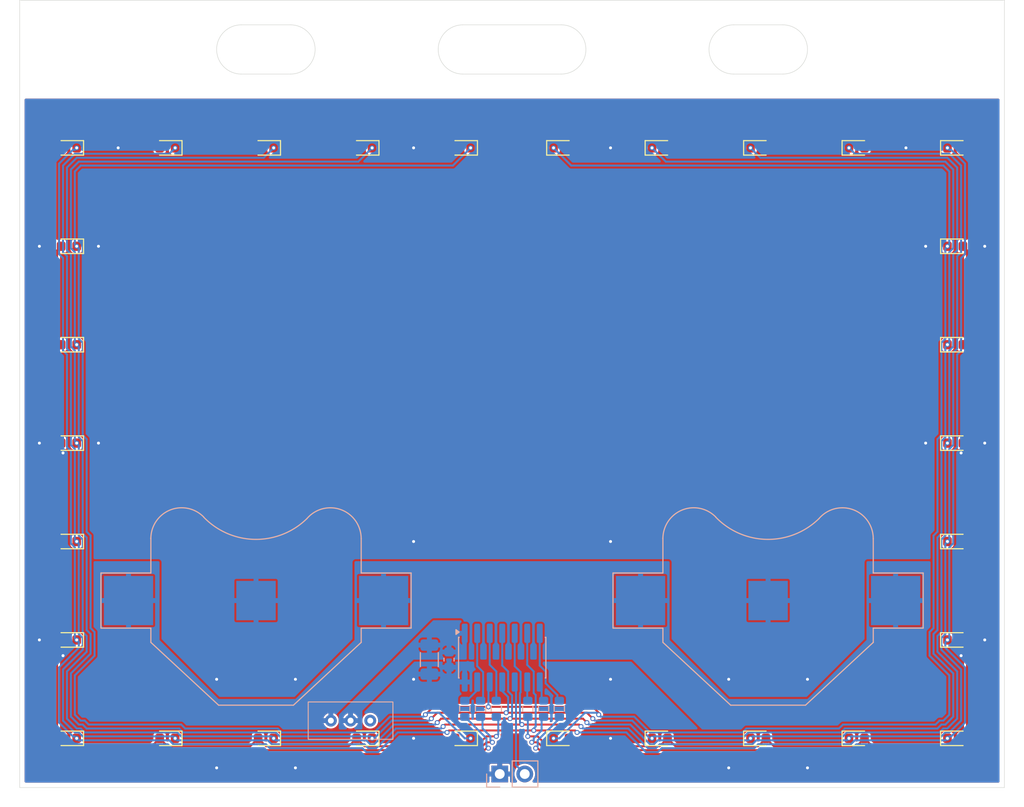
<source format=kicad_pcb>
(kicad_pcb (version 20241229) (generator "pcbnew") (generator_version "9.0")
  (layers (0 "F.Cu" signal) (2 "B.Cu" signal) (13 "F.Paste" user) (15 "B.Paste" user) (5 "F.SilkS" user "F.Silkscreen") (7 "B.SilkS" user "B.Silkscreen") (1 "F.Mask" user) (3 "B.Mask" user) (25 "Edge.Cuts" user))
  (net 0 "")
  (net 1 "VCC")
  (net 2 "GND")
  (net 3 "COL1")
  (net 4 "ROW1")
  (net 5 "ROW2")
  (net 6 "ROW3")
  (net 7 "ROW4")
  (net 8 "ROW5")
  (net 9 "COL2")
  (net 10 "COL3")
  (net 11 "COL4")
  (net 12 "COL5")
  (net 13 "UPDI")
  (net 14 "COL6")
  (net 15 "/_COL1")
  (net 16 "/_COL2")
  (net 17 "/_COL3")
  (net 18 "/_COL4")
  (net 19 "/_COL5")
  (net 20 "/_COL6")
  (net 21 "+BATT")
  (footprint "LED_SMD:LED_0603_1608Metric" (layer "F.Cu") (at 145 80)
    (property "Reference" "D6" (hide yes))
    (property "Value" "LED" (hide yes))
  )
  (footprint "LED_SMD:LED_0603_1608Metric" (layer "F.Cu") (at 105 130)
    (property "Reference" "D1" (hide yes))
    (property "Value" "LED" (hide yes))
  )
  (footprint "LED_SMD:LED_0603_1608Metric" (layer "F.Cu") (at 55 100 180)
    (property "Reference" "D23" (hide yes))
    (property "Value" "LED" (hide yes))
  )
  (footprint "LED_SMD:LED_0603_1608Metric" (layer "F.Cu") (at 55 110 180)
    (property "Reference" "D24" (hide yes))
    (property "Value" "LED" (hide yes))
  )
  (footprint "LED_SMD:LED_0603_1608Metric" (layer "F.Cu") (at 55 90 180)
    (property "Reference" "D22" (hide yes))
    (property "Value" "LED" (hide yes))
  )
  (footprint "LED_SMD:LED_0603_1608Metric" (layer "F.Cu") (at 145 90)
    (property "Reference" "D7" (hide yes))
    (property "Value" "LED" (hide yes))
  )
  (footprint "LED_SMD:LED_0603_1608Metric" (layer "F.Cu") (at 115 130)
    (property "Reference" "D2" (hide yes))
    (property "Value" "LED" (hide yes))
  )
  (footprint "LED_SMD:LED_0603_1608Metric" (layer "F.Cu") (at 145 70)
    (property "Reference" "D15" (hide yes))
    (property "Value" "LED" (hide yes))
  )
  (footprint "LED_SMD:LED_0603_1608Metric" (layer "F.Cu") (at 125 130)
    (property "Reference" "D3" (hide yes))
    (property "Value" "LED" (hide yes))
  )
  (footprint "LED_SMD:LED_0603_1608Metric" (layer "F.Cu") (at 145 110)
    (property "Reference" "D9" (hide yes))
    (property "Value" "LED" (hide yes))
  )
  (footprint "LED_SMD:LED_0603_1608Metric" (layer "F.Cu") (at 55 80 180)
    (property "Reference" "D21" (hide yes))
    (property "Value" "LED" (hide yes))
  )
  (footprint "LED_SMD:LED_0603_1608Metric" (layer "F.Cu") (at 145 100)
    (property "Reference" "D8" (hide yes))
    (property "Value" "LED" (hide yes))
  )
  (footprint "LED_SMD:LED_0603_1608Metric" (layer "F.Cu") (at 115 70)
    (property "Reference" "D12" (hide yes))
    (property "Value" "LED" (hide yes))
  )
  (footprint "LED_SMD:LED_0603_1608Metric" (layer "F.Cu") (at 95 70 180)
    (property "Reference" "D16" (hide yes))
    (property "Value" "LED" (hide yes))
  )
  (footprint "LED_SMD:LED_0603_1608Metric" (layer "F.Cu") (at 135 130)
    (property "Reference" "D4" (hide yes))
    (property "Value" "LED" (hide yes))
  )
  (footprint "LED_SMD:LED_0603_1608Metric" (layer "F.Cu") (at 105 70)
    (property "Reference" "D11" (hide yes))
    (property "Value" "LED" (hide yes))
  )
  (footprint "LED_SMD:LED_0603_1608Metric" (layer "F.Cu") (at 145 120)
    (property "Reference" "D10" (hide yes))
    (property "Value" "LED" (hide yes))
  )
  (footprint "LOGO" (layer "F.Cu") (at 80 95)
    (property "Reference" "G***" (hide yes))
    (property "Value" "LOGO" (hide yes))
  )
  (footprint "LED_SMD:LED_0603_1608Metric" (layer "F.Cu") (at 95 130 180)
    (property "Reference" "D26" (hide yes))
    (property "Value" "LED" (hide yes))
  )
  (footprint "LED_SMD:LED_0603_1608Metric" (layer "F.Cu") (at 145 130)
    (property "Reference" "D5" (hide yes))
    (property "Value" "LED" (hide yes))
  )
  (footprint "LED_SMD:LED_0603_1608Metric" (layer "F.Cu") (at 75 130 180)
    (property "Reference" "D28" (hide yes))
    (property "Value" "LED" (hide yes))
  )
  (footprint "LED_SMD:LED_0603_1608Metric" (layer "F.Cu") (at 65 130 180)
    (property "Reference" "D29" (hide yes))
    (property "Value" "LED" (hide yes))
  )
  (footprint "LED_SMD:LED_0603_1608Metric" (layer "F.Cu") (at 55 120 180)
    (property "Reference" "D25" (hide yes))
    (property "Value" "LED" (hide yes))
  )
  (footprint "LED_SMD:LED_0603_1608Metric" (layer "F.Cu") (at 135 70)
    (property "Reference" "D14" (hide yes))
    (property "Value" "LED" (hide yes))
  )
  (footprint "LED_SMD:LED_0603_1608Metric" (layer "F.Cu") (at 85 130 180)
    (property "Reference" "D27" (hide yes))
    (property "Value" "LED" (hide yes))
  )
  (footprint "LED_SMD:LED_0603_1608Metric" (layer "F.Cu") (at 125 70)
    (property "Reference" "D13" (hide yes))
    (property "Value" "LED" (hide yes))
  )
  (footprint "LED_SMD:LED_0603_1608Metric" (layer "F.Cu") (at 65 70 180)
    (property "Reference" "D19" (hide yes))
    (property "Value" "LED" (hide yes))
  )
  (footprint "LED_SMD:LED_0603_1608Metric" (layer "F.Cu") (at 55 70 180)
    (property "Reference" "D20" (hide yes))
    (property "Value" "LED" (hide yes))
  )
  (footprint "LED_SMD:LED_0603_1608Metric" (layer "F.Cu") (at 85 70 180)
    (property "Reference" "D17" (hide yes))
    (property "Value" "LED" (hide yes))
  )
  (footprint "QRCODE" (layer "F.Cu") (at 107.5 82.5)
    (property "Reference" "")
    (property "Value" "6ca.me")
  )
  (footprint "LED_SMD:LED_0603_1608Metric" (layer "F.Cu") (at 75 70 180)
    (property "Reference" "D18" (hide yes))
    (property "Value" "LED" (hide yes))
  )
  (footprint "LED_SMD:LED_0603_1608Metric" (layer "F.Cu") (at 55 130 180)
    (property "Reference" "D30" (hide yes))
    (property "Value" "LED" (hide yes))
  )
  (footprint "Package_SO:SOIC-14_3.9x8.7mm_P1.27mm" (layer "B.Cu") (at 99 121.8 -90)
    (property "Reference" "U1" (hide yes))
    (property "Value" "ATtiny404-SS" (hide yes))
  )
  (footprint "Battery:BatteryHolder_Multicomp_BC-2001_1x2032" (layer "B.Cu") (at 126 116 180)
    (property "Reference" "BT2" (hide yes))
    (property "Value" "CR2032" (hide yes))
  )
  (footprint "Resistor_SMD:R_0603_1608Metric" (layer "B.Cu") (at 95.2 127 -90)
    (property "Reference" "R4" (hide yes))
    (property "Value" "100R" (hide yes))
  )
  (footprint "Battery:BatteryHolder_Multicomp_BC-2001_1x2032" (layer "B.Cu") (at 74 116 180)
    (property "Reference" "BT1" (hide yes))
    (property "Value" "CR2032" (hide yes))
  )
  (footprint "Resistor_SMD:R_0603_1608Metric" (layer "B.Cu") (at 96.8 127 -90)
    (property "Reference" "R5" (hide yes))
    (property "Value" "100R" (hide yes))
  )
  (footprint "Capacitor_SMD:C_1206_3216Metric" (layer "B.Cu") (at 91.6 122 -90)
    (property "Reference" "C1" (hide yes))
    (property "Value" "100u" (hide yes))
  )
  (footprint "Resistor_SMD:R_0603_1608Metric" (layer "B.Cu") (at 103.2 127 -90)
    (property "Reference" "R2" (hide yes))
    (property "Value" "100R" (hide yes))
  )
  (footprint "Library:sw_tht" (layer "B.Cu") (at 83.6 128.2 180)
    (property "Reference" "SW1" (hide yes))
    (property "Value" "SW_SPDT" (hide yes))
  )
  (footprint "Resistor_SMD:R_0603_1608Metric" (layer "B.Cu") (at 101.6 127 -90)
    (property "Reference" "R1" (hide yes))
    (property "Value" "100R" (hide yes))
  )
  (footprint "Connector_PinSocket_2.54mm:PinSocket_1x02_P2.54mm_Vertical" (layer "B.Cu") (at 98.75 133.625 -90)
    (property "Reference" "J1" (hide yes))
    (property "Value" "UPDI" (hide yes))
  )
  (footprint "Resistor_SMD:R_0603_1608Metric" (layer "B.Cu") (at 98.4 127 -90)
    (property "Reference" "R6" (hide yes))
    (property "Value" "100R" (hide yes))
  )
  (footprint "Resistor_SMD:R_0603_1608Metric" (layer "B.Cu") (at 104.8 127 -90)
    (property "Reference" "R3" (hide yes))
    (property "Value" "100R" (hide yes))
  )
  (footprint "Capacitor_SMD:C_0603_1608Metric" (layer "B.Cu") (at 93.6 122 -90)
    (property "Reference" "C2" (hide yes))
    (property "Value" "4u7" (hide yes))
  )
  (gr_line (start 150 55) (end 150 135) (stroke (width 0.05)) (layer "Edge.Cuts"))
  (gr_arc (start 72.5 62.5) (mid 70 60) (end 72.5 57.5) (stroke (width 0.05)) (layer "Edge.Cuts"))
  (gr_arc (start 77.5 57.5) (mid 80 60) (end 77.5 62.5) (stroke (width 0.05)) (layer "Edge.Cuts"))
  (gr_arc (start 95 62.5) (mid 92.5 60) (end 95 57.5) (stroke (width 0.05)) (layer "Edge.Cuts"))
  (gr_line (start 72.5 57.5) (end 77.5 57.5) (stroke (width 0.05)) (layer "Edge.Cuts"))
  (gr_arc (start 127.5 57.5) (mid 130 60) (end 127.5 62.5) (stroke (width 0.05)) (layer "Edge.Cuts"))
  (gr_line (start 50 55) (end 50 135) (stroke (width 0.05)) (layer "Edge.Cuts"))
  (gr_line (start 77.5 62.5) (end 72.5 62.5) (stroke (width 0.05)) (layer "Edge.Cuts"))
  (gr_arc (start 105 57.5) (mid 107.5 60) (end 105 62.5) (stroke (width 0.05)) (layer "Edge.Cuts"))
  (gr_line (start 50 55) (end 150 55) (stroke (width 0.05)) (layer "Edge.Cuts"))
  (gr_line (start 95 57.5) (end 105 57.5) (stroke (width 0.05)) (layer "Edge.Cuts"))
  (gr_line (start 50 135) (end 150 135) (stroke (width 0.05)) (layer "Edge.Cuts"))
  (gr_arc (start 122.5 62.5) (mid 120 60) (end 122.5 57.5) (stroke (width 0.05)) (layer "Edge.Cuts"))
  (gr_line (start 127.5 62.5) (end 122.5 62.5) (stroke (width 0.05)) (layer "Edge.Cuts"))
  (gr_line (start 122.5 57.5) (end 127.5 57.5) (stroke (width 0.05)) (layer "Edge.Cuts"))
  (gr_line (start 105 62.5) (end 95 62.5) (stroke (width 0.05)) (layer "Edge.Cuts"))
  (via (at 78 133) (size 0.5) (drill 0.3) (layers "F.Cu" "B.Cu") (net 2))
  (via (at 52 80) (size 0.5) (drill 0.3) (layers "F.Cu" "B.Cu") (net 2))
  (via (at 142 100) (size 0.5) (drill 0.3) (layers "F.Cu" "B.Cu") (net 2))
  (via (at 122 133) (size 0.5) (drill 0.3) (layers "F.Cu" "B.Cu") (net 2))
  (via (at 148 80) (size 0.5) (drill 0.3) (layers "F.Cu" "B.Cu") (net 2))
  (via (at 148 120) (size 0.5) (drill 0.3) (layers "F.Cu" "B.Cu") (net 2))
  (via (at 110 110) (size 0.5) (drill 0.3) (layers "F.Cu" "B.Cu") (net 2))
  (via (at 130 133) (size 0.5) (drill 0.3) (layers "F.Cu" "B.Cu") (net 2))
  (via (at 145.6 121.6) (size 0.5) (drill 0.3) (layers "F.Cu" "B.Cu") (net 2))
  (via (at 58 80) (size 0.5) (drill 0.3) (layers "F.Cu" "B.Cu") (net 2))
  (via (at 58 100) (size 0.5) (drill 0.3) (layers "F.Cu" "B.Cu") (net 2))
  (via (at 110 70) (size 0.5) (drill 0.3) (layers "F.Cu" "B.Cu") (net 2))
  (via (at 70 124) (size 0.5) (drill 0.3) (layers "F.Cu" "B.Cu") (net 2))
  (via (at 52 100) (size 0.5) (drill 0.3) (layers "F.Cu" "B.Cu") (net 2))
  (via (at 122 124) (size 0.5) (drill 0.3) (layers "F.Cu" "B.Cu") (net 2))
  (via (at 60 70) (size 0.5) (drill 0.3) (layers "F.Cu" "B.Cu") (net 2))
  (via (at 78 124) (size 0.5) (drill 0.3) (layers "F.Cu" "B.Cu") (net 2))
  (via (at 90 130) (size 0.5) (drill 0.3) (layers "F.Cu" "B.Cu") (net 2))
  (via (at 145.6 101) (size 0.5) (drill 0.3) (layers "F.Cu" "B.Cu") (net 2))
  (via (at 70 133) (size 0.5) (drill 0.3) (layers "F.Cu" "B.Cu") (net 2))
  (via (at 90 110) (size 0.5) (drill 0.3) (layers "F.Cu" "B.Cu") (net 2))
  (via (at 54.4 121.6) (size 0.5) (drill 0.3) (layers "F.Cu" "B.Cu") (net 2))
  (via (at 90 70) (size 0.5) (drill 0.3) (layers "F.Cu" "B.Cu") (net 2))
  (via (at 142 80) (size 0.5) (drill 0.3) (layers "F.Cu" "B.Cu") (net 2))
  (via (at 148 100) (size 0.5) (drill 0.3) (layers "F.Cu" "B.Cu") (net 2))
  (via (at 140 70) (size 0.5) (drill 0.3) (layers "F.Cu" "B.Cu") (net 2))
  (via (at 52 120) (size 0.5) (drill 0.3) (layers "F.Cu" "B.Cu") (net 2))
  (via (at 54.4 101) (size 0.5) (drill 0.3) (layers "F.Cu" "B.Cu") (net 2))
  (via (at 90 124) (size 0.5) (drill 0.3) (layers "F.Cu" "B.Cu") (net 2))
  (via (at 130 124) (size 0.5) (drill 0.3) (layers "F.Cu" "B.Cu") (net 2))
  (via (at 110 130) (size 0.5) (drill 0.3) (layers "F.Cu" "B.Cu") (net 2))
  (via (at 110 124) (size 0.5) (drill 0.3) (layers "F.Cu" "B.Cu") (net 2))
  (segment (start 101.54 124.275) (end 101.54 126.035) (width 0.2) (layer "B.Cu") (net 3))
  (segment (start 101.54 126.035) (end 101.4 126.175) (width 0.2) (layer "B.Cu") (net 3))
  (segment (start 108.2 126.8) (end 92 126.8) (width 0.2) (layer "F.Cu") (net 4))
  (segment (start 108.8 127.4) (end 108.2 126.8) (width 0.2) (layer "F.Cu") (net 4))
  (segment (start 108.8 127.6) (end 108.8 127.4) (width 0.2) (layer "F.Cu") (net 4))
  (segment (start 92 126.8) (end 91.2 127.6) (width 0.2) (layer "F.Cu") (net 4))
  (via (at 91.2 127.6) (size 0.5) (drill 0.3) (layers "F.Cu" "B.Cu") (net 4))
  (via (at 95.7875 70) (size 0.5) (drill 0.3) (layers "F.Cu" "B.Cu") (net 4))
  (via (at 104.2125 130) (size 0.5) (drill 0.3) (layers "F.Cu" "B.Cu") (net 4))
  (via (at 108.8 127.6) (size 0.5) (drill 0.3) (layers "F.Cu" "B.Cu") (net 4))
  (via (at 104.2125 70) (size 0.5) (drill 0.3) (layers "F.Cu" "B.Cu") (net 4))
  (via (at 97.6 126.8) (size 0.5) (drill 0.3) (layers "F.Cu" "B.Cu") (net 4))
  (via (at 144.2125 80) (size 0.5) (drill 0.3) (layers "F.Cu" "B.Cu") (net 4))
  (via (at 55.7875 80) (size 0.5) (drill 0.3) (layers "F.Cu" "B.Cu") (net 4))
  (via (at 95.7875 130) (size 0.5) (drill 0.3) (layers "F.Cu" "B.Cu") (net 4))
  (segment (start 66.4 128.6) (end 66.8 129) (width 0.2) (layer "B.Cu") (net 4))
  (segment (start 57 128.6) (end 66.4 128.6) (width 0.2) (layer "B.Cu") (net 4))
  (segment (start 56.801 99.6339) (end 56.801 109.001) (width 0.2) (layer "B.Cu") (net 4))
  (segment (start 91.2 127.6) (end 91.4 127.4) (width 0.2) (layer "B.Cu") (net 4))
  (segment (start 56.801 109.001) (end 57.2 109.4) (width 0.2) (layer "B.Cu") (net 4))
  (segment (start 57.601 121.5661) (end 57.6 121.5671) (width 0.2) (layer "B.Cu") (net 4))
  (segment (start 87.6 127.8) (end 86 129.4) (width 0.2) (layer "B.Cu") (net 4))
  (segment (start 55.601 123.599) (end 55.601 127.601) (width 0.2) (layer "B.Cu") (net 4))
  (segment (start 57.601 119.2339) (end 57.601 121.5661) (width 0.2) (layer "B.Cu") (net 4))
  (segment (start 143.6 89.8) (end 144 89.4) (width 0.2) (layer "B.Cu") (net 4))
  (segment (start 56.4 89.8) (end 56.4 90.0454) (width 0.2) (layer "B.Cu") (net 4))
  (segment (start 55.6 72.4) (end 55.6 79.8125) (width 0.2) (layer "B.Cu") (net 4))
  (segment (start 56 80.2125) (end 56 80.4339) (width 0.2) (layer "B.Cu") (net 4))
  (segment (start 143.4339 128.199) (end 143.801 128.199) (width 0.2) (layer "B.Cu") (net 4))
  (segment (start 66.8 129) (end 76.202 129) (width 0.2) (layer "B.Cu") (net 4))
  (segment (start 57.6 121.5671) (end 57.6 121.6) (width 0.2) (layer "B.Cu") (net 4))
  (segment (start 56.5671 128.2) (end 56.6 128.2) (width 0.2) (layer "B.Cu") (net 4))
  (segment (start 56.001 89.401) (end 56.4 89.8) (width 0.2) (layer "B.Cu") (net 4))
  (segment (start 56.5661 128.199) (end 56.5671 128.2) (width 0.2) (layer "B.Cu") (net 4))
  (segment (start 143.8 71.8) (end 144.4 72.4) (width 0.2) (layer "B.Cu") (net 4))
  (segment (start 108.6 127.4) (end 107.402 127.4) (width 0.2) (layer "B.Cu") (net 4))
  (segment (start 91.4 127.4) (end 92.6 127.4) (width 0.2) (layer "B.Cu") (net 4))
  (segment (start 57.201 118.801) (end 57.6 119.2) (width 0.2) (layer "B.Cu") (net 4))
  (segment (start 109 127.8) (end 112.402 127.8) (width 0.2) (layer "B.Cu") (net 4))
  (segment (start 108.8 127.6) (end 108.6 127.4) (width 0.2) (layer "B.Cu") (net 4))
  (segment (start 56.401 99.201) (end 56.8 99.6) (width 0.2) (layer "B.Cu") (net 4))
  (segment (start 56.4 90.0454) (end 56.401 90.0464) (width 0.2) (layer "B.Cu") (net 4))
  (segment (start 144.399 127.601) (end 144.399 123.599) (width 0.2) (layer "B.Cu") (net 4))
  (segment (start 56.001 80.4349) (end 56.001 89.401) (width 0.2) (layer "B.Cu") (net 4))
  (segment (start 56 80.4339) (end 56.001 80.4349) (width 0.2) (layer "B.Cu") (net 4))
  (segment (start 112.402 127.8) (end 114.002 129.4) (width 0.2) (layer "B.Cu") (net 4))
  (segment (start 95.2 130) (end 95.7875 130) (width 0.2) (layer "B.Cu") (net 4))
  (segment (start 57.2 109.4329) (end 57.201 109.4339) (width 0.2) (layer "B.Cu") (net 4))
  (segment (start 56.8 99.6329) (end 56.801 99.6339) (width 0.2) (layer "B.Cu") (net 4))
  (segment (start 133.6 128.6) (end 143 128.6) (width 0.2) (layer "B.Cu") (net 4))
  (segment (start 108.8 127.6) (end 109 127.8) (width 0.2) (layer "B.Cu") (net 4))
  (segment (start 56.2 71.8) (end 55.6 72.4) (width 0.2) (layer "B.Cu") (net 4))
  (segment (start 55.601 127.601) (end 56.199 128.199) (width 0.2) (layer "B.Cu") (net 4))
  (segment (start 143 128.6) (end 143.4 128.2) (width 0.2) (layer "B.Cu") (net 4))
  (segment (start 91.2 127.6) (end 91 127.8) (width 0.2) (layer "B.Cu") (net 4))
  (segment (start 106.0125 71.8) (end 143.8 71.8) (width 0.2) (layer "B.Cu") (net 4))
  (segment (start 55.6 79.8125) (end 55.7875 80) (width 0.2) (layer "B.Cu") (net 4))
  (segment (start 144.4 79.8125) (end 144.2125 80) (width 0.2) (layer "B.Cu") (net 4))
  (segment (start 142.8 118.8) (end 142.8 109.4) (width 0.2) (layer "B.Cu") (net 4))
  (segment (start 143.6 99.2) (end 143.6 89.8) (width 0.2) (layer "B.Cu") (net 4))
  (segment (start 95.7875 70) (end 93.9875 71.8) (width 0.2) (layer "B.Cu") (net 4))
  (segment (start 56.6 128.2) (end 57 128.6) (width 0.2) (layer "B.Cu") (net 4))
  (segment (start 86 129.4) (end 76.602 129.4) (width 0.2) (layer "B.Cu") (net 4))
  (segment (start 57.6 119.2) (end 57.6 119.2329) (width 0.2) (layer "B.Cu") (net 4))
  (segment (start 143.2 99.6) (end 143.6 99.2) (width 0.2) (layer "B.Cu") (net 4))
  (segment (start 114.002 129.4) (end 123.4 129.4) (width 0.2) (layer "B.Cu") (net 4))
  (segment (start 57.201 109.4339) (end 57.201 118.801) (width 0.2) (layer "B.Cu") (net 4))
  (segment (start 55.7875 80) (end 56 80.2125) (width 0.2) (layer "B.Cu") (net 4))
  (segment (start 142.4 119.2) (end 142.8 118.8) (width 0.2) (layer "B.Cu") (net 4))
  (segment (start 76.598 129.396) (end 76.598 129.398) (width 0.2) (layer "B.Cu") (net 4))
  (segment (start 57.2 109.4) (end 57.2 109.4329) (width 0.2) (layer "B.Cu") (net 4))
  (segment (start 143.801 128.199) (end 144.399 127.601) (width 0.2) (layer "B.Cu") (net 4))
  (segment (start 57.6 119.2329) (end 57.601 119.2339) (width 0.2) (layer "B.Cu") (net 4))
  (segment (start 107.402 127.4) (end 104.802 130) (width 0.2) (layer "B.Cu") (net 4))
  (segment (start 93.9875 71.8) (end 56.2 71.8) (width 0.2) (layer "B.Cu") (net 4))
  (segment (start 97.6 124.405) (end 97.73 124.275) (width 0.2) (layer "B.Cu") (net 4))
  (segment (start 92.6 127.4) (end 95.2 130) (width 0.2) (layer "B.Cu") (net 4))
  (segment (start 76.202 129) (end 76.598 129.396) (width 0.2) (layer "B.Cu") (net 4))
  (segment (start 144 80.2125) (end 144.2125 80) (width 0.2) (layer "B.Cu") (net 4))
  (segment (start 123.8 129) (end 133.2 129) (width 0.2) (layer "B.Cu") (net 4))
  (segment (start 143.4 128.2) (end 143.4329 128.2) (width 0.2) (layer "B.Cu") (net 4))
  (segment (start 144 89.4) (end 144 80.2125) (width 0.2) (layer "B.Cu") (net 4))
  (segment (start 133.2 129) (end 133.6 128.6) (width 0.2) (layer "B.Cu") (net 4))
  (segment (start 91 127.8) (end 87.6 127.8) (width 0.2) (layer "B.Cu") (net 4))
  (segment (start 144.4 72.4) (end 144.4 79.8125) (width 0.2) (layer "B.Cu") (net 4))
  (segment (start 123.4 129.4) (end 123.8 129) (width 0.2) (layer "B.Cu") (net 4))
  (segment (start 57.6 121.6) (end 55.601 123.599) (width 0.2) (layer "B.Cu") (net 4))
  (segment (start 56.8 99.6) (end 56.8 99.6329) (width 0.2) (layer "B.Cu") (net 4))
  (segment (start 142.4 121.6) (end 142.4 119.2) (width 0.2) (layer "B.Cu") (net 4))
  (segment (start 56.401 90.0464) (end 56.401 99.201) (width 0.2) (layer "B.Cu") (net 4))
  (segment (start 104.2125 70) (end 106.0125 71.8) (width 0.2) (layer "B.Cu") (net 4))
  (segment (start 104.802 130) (end 104.2125 130) (width 0.2) (layer "B.Cu") (net 4))
  (segment (start 56.199 128.199) (end 56.5661 128.199) (width 0.2) (layer "B.Cu") (net 4))
  (segment (start 144.399 123.599) (end 142.4 121.6) (width 0.2) (layer "B.Cu") (net 4))
  (segment (start 142.8 109.4) (end 143.2 109) (width 0.2) (layer "B.Cu") (net 4))
  (segment (start 97.6 126.8) (end 97.6 124.405) (width 0.2) (layer "B.Cu") (net 4))
  (segment (start 143.4329 128.2) (end 143.4339 128.199) (width 0.2) (layer "B.Cu") (net 4))
  (segment (start 143.2 109) (end 143.2 99.6) (width 0.2) (layer "B.Cu") (net 4))
  (segment (start 92.4 127.4) (end 91.8 128) (width 0.2) (layer "F.Cu") (net 5))
  (segment (start 108.2 128) (end 107.6 127.4) (width 0.2) (layer "F.Cu") (net 5))
  (segment (start 107.6 127.4) (end 92.4 127.4) (width 0.2) (layer "F.Cu") (net 5))
  (via (at 99.4 127.4) (size 0.5) (drill 0.3) (layers "F.Cu" "B.Cu") (net 5))
  (via (at 114.2125 70) (size 0.5) (drill 0.3) (layers "F.Cu" "B.Cu") (net 5))
  (via (at 144.2125 90) (size 0.5) (drill 0.3) (layers "F.Cu" "B.Cu") (net 5))
  (via (at 55.7875 90) (size 0.5) (drill 0.3) (layers "F.Cu" "B.Cu") (net 5))
  (via (at 85.7875 70) (size 0.5) (drill 0.3) (layers "F.Cu" "B.Cu") (net 5))
  (via (at 91.8 128) (size 0.5) (drill 0.3) (layers "F.Cu" "B.Cu") (net 5))
  (via (at 85.7875 130) (size 0.5) (drill 0.3) (layers "F.Cu" "B.Cu") (net 5))
  (via (at 108.2 128) (size 0.5) (drill 0.3) (layers "F.Cu" "B.Cu") (net 5))
  (via (at 114.2145 130) (size 0.5) (drill 0.3) (layers "F.Cu" "B.Cu") (net 5))
  (segment (start 114.2125 70) (end 115.6125 71.4) (width 0.2) (layer "B.Cu") (net 5))
  (segment (start 56 99.4) (end 56 90.2125) (width 0.2) (layer "B.Cu") (net 5))
  (segment (start 55.2 127.8) (end 55.2 123.4) (width 0.2) (layer "B.Cu") (net 5))
  (segment (start 56.8 119) (end 56.8 109.6) (width 0.2) (layer "B.Cu") (net 5))
  (segment (start 85.5875 129.8) (end 76.4 129.8) (width 0.2) (layer "B.Cu") (net 5))
  (segment (start 55.6 89.8125) (end 55.7875 90) (width 0.2) (layer "B.Cu") (net 5))
  (segment (start 56.4 109.2) (end 56.4 99.8) (width 0.2) (layer "B.Cu") (net 5))
  (segment (start 114.2145 130) (end 114.4145 129.8) (width 0.2) (layer "B.Cu") (net 5))
  (segment (start 144 128.6) (end 144.8 127.8) (width 0.2) (layer "B.Cu") (net 5))
  (segment (start 144 71.4) (end 144.8 72.2) (width 0.2) (layer "B.Cu") (net 5))
  (segment (start 99 125.2) (end 99 124.275) (width 0.2) (layer "B.Cu") (net 5))
  (segment (start 57.2 119.4) (end 56.8 119) (width 0.2) (layer "B.Cu") (net 5))
  (segment (start 55.2 123.4) (end 57.2 121.4) (width 0.2) (layer "B.Cu") (net 5))
  (segment (start 143.2 129) (end 143.6 128.6) (width 0.2) (layer "B.Cu") (net 5))
  (segment (start 91.6 128.2) (end 87.8 128.2) (width 0.2) (layer "B.Cu") (net 5))
  (segment (start 85.7875 70) (end 84.3875 71.4) (width 0.2) (layer "B.Cu") (net 5))
  (segment (start 142.8 119.4) (end 143.2 119) (width 0.2) (layer "B.Cu") (net 5))
  (segment (start 76 129.4) (end 66.6 129.4) (width 0.2) (layer "B.Cu") (net 5))
  (segment (start 114.4145 129.8) (end 123.602 129.8) (width 0.2) (layer "B.Cu") (net 5))
  (segment (start 144.8 80.201) (end 144.4 80.601) (width 0.2) (layer "B.Cu") (net 5))
  (segment (start 144.8 127.8) (end 144.8 123.4) (width 0.2) (layer "B.Cu") (net 5))
  (segment (start 108.2 128) (end 108.4 128.2) (width 0.2) (layer "B.Cu") (net 5))
  (segment (start 66.2 129) (end 56.8 129) (width 0.2) (layer "B.Cu") (net 5))
  (segment (start 56 128.6) (end 55.2 127.8) (width 0.2) (layer "B.Cu") (net 5))
  (segment (start 143.2 119) (end 143.2 109.6) (width 0.2) (layer "B.Cu") (net 5))
  (segment (start 143.2 109.6) (end 143.6 109.2) (width 0.2) (layer "B.Cu") (net 5))
  (segment (start 144.8 123.4) (end 142.8 121.4) (width 0.2) (layer "B.Cu") (net 5))
  (segment (start 56.8 129) (end 56.4 128.6) (width 0.2) (layer "B.Cu") (net 5))
  (segment (start 133.8 129) (end 143.2 129) (width 0.2) (layer "B.Cu") (net 5))
  (segment (start 143.6 109.2) (end 143.6 99.8) (width 0.2) (layer "B.Cu") (net 5))
  (segment (start 144.4 80.601) (end 144.4 89.8125) (width 0.2) (layer "B.Cu") (net 5))
  (segment (start 56.8 109.6) (end 56.4 109.2) (width 0.2) (layer "B.Cu") (net 5))
  (segment (start 85.7875 130) (end 85.5875 129.8) (width 0.2) (layer "B.Cu") (net 5))
  (segment (start 55.6 80.601) (end 55.6 89.8125) (width 0.2) (layer "B.Cu") (net 5))
  (segment (start 56 90.2125) (end 55.7875 90) (width 0.2) (layer "B.Cu") (net 5))
  (segment (start 112.202 128.2) (end 114.002 130) (width 0.2) (layer "B.Cu") (net 5))
  (segment (start 144 99.4) (end 144 90.2125) (width 0.2) (layer "B.Cu") (net 5))
  (segment (start 144 90.2125) (end 144.2125 90) (width 0.2) (layer "B.Cu") (net 5))
  (segment (start 99.4 127.4) (end 99.6 127.2) (width 0.2) (layer "B.Cu") (net 5))
  (segment (start 66.6 129.4) (end 66.2 129) (width 0.2) (layer "B.Cu") (net 5))
  (segment (start 108.4 128.2) (end 112.202 128.2) (width 0.2) (layer "B.Cu") (net 5))
  (segment (start 144.4 89.8125) (end 144.2125 90) (width 0.2) (layer "B.Cu") (net 5))
  (segment (start 124 129.4) (end 133.4 129.4) (width 0.2) (layer "B.Cu") (net 5))
  (segment (start 142.8 121.4) (end 142.8 119.4) (width 0.2) (layer "B.Cu") (net 5))
  (segment (start 56.4 99.8) (end 56 99.4) (width 0.2) (layer "B.Cu") (net 5))
  (segment (start 114.002 130) (end 114.2145 130) (width 0.2) (layer "B.Cu") (net 5))
  (segment (start 91.8 128) (end 91.6 128.2) (width 0.2) (layer "B.Cu") (net 5))
  (segment (start 57.2 121.4) (end 57.2 119.4) (width 0.2) (layer "B.Cu") (net 5))
  (segment (start 143.6 99.8) (end 144 99.4) (width 0.2) (layer "B.Cu") (net 5))
  (segment (start 87.8 128.2) (end 86 130) (width 0.2) (layer "B.Cu") (net 5))
  (segment (start 86 130) (end 85.7875 130) (width 0.2) (layer "B.Cu") (net 5))
  (segment (start 56 71.4) (end 55.2 72.2) (width 0.2) (layer "B.Cu") (net 5))
  (segment (start 56.4 128.6) (end 56 128.6) (width 0.2) (layer "B.Cu") (net 5))
  (segment (start 55.2 72.2) (end 55.2 80.201) (width 0.2) (layer "B.Cu") (net 5))
  (segment (start 144.8 72.2) (end 144.8 80.201) (width 0.2) (layer "B.Cu") (net 5))
  (segment (start 99.6 125.8) (end 99 125.2) (width 0.2) (layer "B.Cu") (net 5))
  (segment (start 123.6 129.8) (end 124 129.4) (width 0.2) (layer "B.Cu") (net 5))
  (segment (start 133.4 129.4) (end 133.8 129) (width 0.2) (layer "B.Cu") (net 5))
  (segment (start 84.3875 71.4) (end 56 71.4) (width 0.2) (layer "B.Cu") (net 5))
  (segment (start 115.6125 71.4) (end 144 71.4) (width 0.2) (layer "B.Cu") (net 5))
  (segment (start 99.6 127.2) (end 99.6 125.8) (width 0.2) (layer "B.Cu") (net 5))
  (segment (start 76.4 129.8) (end 76 129.4) (width 0.2) (layer "B.Cu") (net 5))
  (segment (start 55.2 80.201) (end 55.6 80.601) (width 0.2) (layer "B.Cu") (net 5))
  (segment (start 143.6 128.6) (end 144 128.6) (width 0.2) (layer "B.Cu") (net 5))
  (segment (start 107.6 128.4) (end 107.2 128) (width 0.2) (layer "F.Cu") (net 6))
  (segment (start 92.8 128) (end 92.4 128.4) (width 0.2) (layer "F.Cu") (net 6))
  (segment (start 107.2 128) (end 92.8 128) (width 0.2) (layer "F.Cu") (net 6))
  (via (at 92.4 128.4) (size 0.5) (drill 0.3) (layers "F.Cu" "B.Cu") (net 6))
  (via (at 124.2125 130) (size 0.5) (drill 0.3) (layers "F.Cu" "B.Cu") (net 6))
  (via (at 55.7875 100) (size 0.5) (drill 0.3) (layers "F.Cu" "B.Cu") (net 6))
  (via (at 124.2125 70) (size 0.5) (drill 0.3) (layers "F.Cu" "B.Cu") (net 6))
  (via (at 75.7875 130) (size 0.5) (drill 0.3) (layers "F.Cu" "B.Cu") (net 6))
  (via (at 75.7875 70) (size 0.5) (drill 0.3) (layers "F.Cu" "B.Cu") (net 6))
  (via (at 144.2125 100) (size 0.5) (drill 0.3) (layers "F.Cu" "B.Cu") (net 6))
  (via (at 107.6 128.4) (size 0.5) (drill 0.3) (layers "F.Cu" "B.Cu") (net 6))
  (via (at 99.8 128) (size 0.5) (drill 0.3) (layers "F.Cu" "B.Cu") (net 6))
  (segment (start 75.9875 130.2) (end 75.7875 130) (width 0.2) (layer "B.Cu") (net 6))
  (segment (start 112.002 128.6) (end 114.002 130.6) (width 0.2) (layer "B.Cu") (net 6))
  (segment (start 88 128.6) (end 86 130.6) (width 0.2) (layer "B.Cu") (net 6))
  (segment (start 85.2 130.2) (end 75.9875 130.2) (width 0.2) (layer "B.Cu") (net 6))
  (segment (start 56 100.2125) (end 55.7875 100) (width 0.2) (layer "B.Cu") (net 6))
  (segment (start 54.8 128) (end 54.8 123.2) (width 0.2) (layer "B.Cu") (net 6))
  (segment (start 99.601 123.201) (end 99 122.6) (width 0.2) (layer "B.Cu") (net 6))
  (segment (start 55.6 90.6) (end 55.6 99.8125) (width 0.2) (layer "B.Cu") (net 6))
  (segment (start 75.7875 130) (end 75.5875 129.8) (width 0.2) (layer "B.Cu") (net 6))
  (segment (start 100 125.6329) (end 99.601 125.2339) (width 0.2) (layer "B.Cu") (net 6))
  (segment (start 145.2 80.4) (end 144.8 80.8) (width 0.2) (layer "B.Cu") (net 6))
  (segment (start 56.2 129) (end 55.8 129) (width 0.2) (layer "B.Cu") (net 6))
  (segment (start 85.6 130.6) (end 85.2 130.2) (width 0.2) (layer "B.Cu") (net 6))
  (segment (start 54.8 80.4) (end 55.2 80.8) (width 0.2) (layer "B.Cu") (net 6))
  (segment (start 55.8 71) (end 54.8 72) (width 0.2) (layer "B.Cu") (net 6))
  (segment (start 144 100.2125) (end 144 109.4) (width 0.2) (layer "B.Cu") (net 6))
  (segment (start 99.8 128) (end 100 127.8) (width 0.2) (layer "B.Cu") (net 6))
  (segment (start 114.802 130.2) (end 124.0145 130.2) (width 0.2) (layer "B.Cu") (net 6))
  (segment (start 55.2 90.2) (end 55.6 90.6) (width 0.2) (layer "B.Cu") (net 6))
  (segment (start 56.4 119.2) (end 56.4 109.8) (width 0.2) (layer "B.Cu") (net 6))
  (segment (start 124.4125 129.8) (end 133.6 129.8) (width 0.2) (layer "B.Cu") (net 6))
  (segment (start 66.4 129.8) (end 66 129.4) (width 0.2) (layer "B.Cu") (net 6))
  (segment (start 66 129.4) (end 56.6 129.4) (width 0.2) (layer "B.Cu") (net 6))
  (segment (start 124.2125 130) (end 124.4125 129.8) (width 0.2) (layer "B.Cu") (net 6))
  (segment (start 74.7875 71) (end 55.8 71) (width 0.2) (layer "B.Cu") (net 6))
  (segment (start 133.6 129.8) (end 134 129.4) (width 0.2) (layer "B.Cu") (net 6))
  (segment (start 55.6 99.8125) (end 55.7875 100) (width 0.2) (layer "B.Cu") (net 6))
  (segment (start 145.2 128) (end 145.2 123.2) (width 0.2) (layer "B.Cu") (net 6))
  (segment (start 56 109.4) (end 56 100.2125) (width 0.2) (layer "B.Cu") (net 6))
  (segment (start 144.4 90.6) (end 144.4 99.8125) (width 0.2) (layer "B.Cu") (net 6))
  (segment (start 75.7875 70) (end 74.7875 71) (width 0.2) (layer "B.Cu") (net 6))
  (segment (start 144.4 99.8125) (end 144.2125 100) (width 0.2) (layer "B.Cu") (net 6))
  (segment (start 56.4 109.8) (end 56 109.4) (width 0.2) (layer "B.Cu") (net 6))
  (segment (start 144 109.4) (end 143.6 109.8) (width 0.2) (layer "B.Cu") (net 6))
  (segment (start 124.2125 70) (end 125.2125 71) (width 0.2) (layer "B.Cu") (net 6))
  (segment (start 75.5875 129.8) (end 66.4 129.8) (width 0.2) (layer "B.Cu") (net 6))
  (segment (start 54.8 72) (end 54.8 80.4) (width 0.2) (layer "B.Cu") (net 6))
  (segment (start 145.2 72) (end 145.2 80.4) (width 0.2) (layer "B.Cu") (net 6))
  (segment (start 134 129.4) (end 143.4 129.4) (width 0.2) (layer "B.Cu") (net 6))
  (segment (start 56.8 121.2) (end 56.8 119.6) (width 0.2) (layer "B.Cu") (net 6))
  (segment (start 99.601 125.2339) (end 99.601 123.201) (width 0.2) (layer "B.Cu") (net 6))
  (segment (start 114.002 130.6) (end 114.402 130.6) (width 0.2) (layer "B.Cu") (net 6))
  (segment (start 55.8 129) (end 54.8 128) (width 0.2) (layer "B.Cu") (net 6))
  (segment (start 56.8 119.6) (end 56.4 119.2) (width 0.2) (layer "B.Cu") (net 6))
  (segment (start 143.6 109.8) (end 143.6 119.2) (width 0.2) (layer "B.Cu") (net 6))
  (segment (start 100 127.8) (end 100 125.6329) (width 0.2) (layer "B.Cu") (net 6))
  (segment (start 144.2 129) (end 145.2 128) (width 0.2) (layer "B.Cu") (net 6))
  (segment (start 144.2 71) (end 145.2 72) (width 0.2) (layer "B.Cu") (net 6))
  (segment (start 124.2125 130) (end 124.0125 130.2) (width 0.2) (layer "B.Cu") (net 6))
  (segment (start 144.2125 100) (end 144 100.2125) (width 0.2) (layer "B.Cu") (net 6))
  (segment (start 86 130.6) (end 85.6 130.6) (width 0.2) (layer "B.Cu") (net 6))
  (segment (start 114.402 130.6) (end 114.802 130.2) (width 0.2) (layer "B.Cu") (net 6))
  (segment (start 144.8 90.2) (end 144.4 90.6) (width 0.2) (layer "B.Cu") (net 6))
  (segment (start 143.8 129) (end 144.2 129) (width 0.2) (layer "B.Cu") (net 6))
  (segment (start 107.6 128.4) (end 107.8 128.6) (width 0.2) (layer "B.Cu") (net 6))
  (segment (start 55.2 80.8) (end 55.2 90.2) (width 0.2) (layer "B.Cu") (net 6))
  (segment (start 54.8 123.2) (end 56.8 121.2) (width 0.2) (layer "B.Cu") (net 6))
  (segment (start 56.6 129.4) (end 56.2 129) (width 0.2) (layer "B.Cu") (net 6))
  (segment (start 143.2 121.2) (end 145.2 123.2) (width 0.2) (layer "B.Cu") (net 6))
  (segment (start 143.6 119.2) (end 143.2 119.6) (width 0.2) (layer "B.Cu") (net 6))
  (segment (start 92.4 128.4) (end 92.2 128.6) (width 0.2) (layer "B.Cu") (net 6))
  (segment (start 143.2 119.6) (end 143.2 121.2) (width 0.2) (layer "B.Cu") (net 6))
  (segment (start 144.8 80.8) (end 144.8 90.2) (width 0.2) (layer "B.Cu") (net 6))
  (segment (start 107.8 128.6) (end 112.002 128.6) (width 0.2) (layer "B.Cu") (net 6))
  (segment (start 92.2 128.6) (end 88 128.6) (width 0.2) (layer "B.Cu") (net 6))
  (segment (start 143.4 129.4) (end 143.8 129) (width 0.2) (layer "B.Cu") (net 6))
  (segment (start 125.2125 71) (end 144.2 71) (width 0.2) (layer "B.Cu") (net 6))
  (segment (start 99 122.6) (end 99 119.325) (width 0.2) (layer "B.Cu") (net 6))
  (segment (start 93.2 128.6) (end 93 128.8) (width 0.2) (layer "F.Cu") (net 7))
  (segment (start 106.8 128.6) (end 93.2 128.6) (width 0.2) (layer "F.Cu") (net 7))
  (segment (start 107 128.8) (end 106.8 128.6) (width 0.2) (layer "F.Cu") (net 7))
  (via (at 101 128.6) (size 0.5) (drill 0.3) (layers "F.Cu" "B.Cu") (net 7))
  (via (at 65.7875 70) (size 0.5) (drill 0.3) (layers "F.Cu" "B.Cu") (net 7))
  (via (at 134.2125 130) (size 0.5) (drill 0.3) (layers "F.Cu" "B.Cu") (net 7))
  (via (at 107 128.8) (size 0.5) (drill 0.3) (layers "F.Cu" "B.Cu") (net 7))
  (via (at 144.2125 110) (size 0.5) (drill 0.3) (layers "F.Cu" "B.Cu") (net 7))
  (via (at 134.2125 70) (size 0.5) (drill 0.3) (layers "F.Cu" "B.Cu") (net 7))
  (via (at 55.7875 110) (size 0.5) (drill 0.3) (layers "F.Cu" "B.Cu") (net 7))
  (via (at 65.7875 130) (size 0.5) (drill 0.3) (layers "F.Cu" "B.Cu") (net 7))
  (via (at 93 128.8) (size 0.5) (drill 0.3) (layers "F.Cu" "B.Cu") (net 7))
  (segment (start 92.8 129) (end 88.2 129) (width 0.2) (layer "B.Cu") (net 7))
  (segment (start 143.6 121) (end 143.6 119.8) (width 0.2) (layer "B.Cu") (net 7))
  (segment (start 145.2 90.4) (end 144.8 90.8) (width 0.2) (layer "B.Cu") (net 7))
  (segment (start 100.871 123.259032) (end 100.610968 122.999) (width 0.2) (layer "B.Cu") (net 7))
  (segment (start 144 119.4) (end 144 110.2125) (width 0.2) (layer "B.Cu") (net 7))
  (segment (start 134.2125 130) (end 134.4125 129.8) (width 0.2) (layer "B.Cu") (net 7))
  (segment (start 107 128.8) (end 107.2 129) (width 0.2) (layer "B.Cu") (net 7))
  (segment (start 115.002 130.6) (end 124.402 130.6) (width 0.2) (layer "B.Cu") (net 7))
  (segment (start 100.610968 122.999) (end 100.599 122.999) (width 0.2) (layer "B.Cu") (net 7))
  (segment (start 93 128.8) (end 92.8 129) (width 0.2) (layer "B.Cu") (net 7))
  (segment (start 134.4125 129.8) (end 143.6 129.8) (width 0.2) (layer "B.Cu") (net 7))
  (segment (start 56 129.4) (end 55.6 129.4) (width 0.2) (layer "B.Cu") (net 7))
  (segment (start 55.6 100.6) (end 55.6 109.8125) (width 0.2) (layer "B.Cu") (net 7))
  (segment (start 54.4 123) (end 56.4 121) (width 0.2) (layer "B.Cu") (net 7))
  (segment (start 145.6 128.2) (end 145.6 123) (width 0.2) (layer "B.Cu") (net 7))
  (segment (start 75.2 130.2) (end 65.9875 130.2) (width 0.2) (layer "B.Cu") (net 7))
  (segment (start 55.2 90.8) (end 55.2 100.2) (width 0.2) (layer "B.Cu") (net 7))
  (segment (start 100.27 122.67) (end 100.27 119.325) (width 0.2) (layer "B.Cu") (net 7))
  (segment (start 85 130.6) (end 75.6 130.6) (width 0.2) (layer "B.Cu") (net 7))
  (segment (start 54.8 90.4) (end 55.2 90.8) (width 0.2) (layer "B.Cu") (net 7))
  (segment (start 86.2 131) (end 85.4 131) (width 0.2) (layer "B.Cu") (net 7))
  (segment (start 144.4 70.6) (end 145.6 71.8) (width 0.2) (layer "B.Cu") (net 7))
  (segment (start 56 119.4) (end 56 110.2125) (width 0.2) (layer "B.Cu") (net 7))
  (segment (start 124.8 130.2) (end 134.0125 130.2) (width 0.2) (layer "B.Cu") (net 7))
  (segment (start 100.599 122.999) (end 100.27 122.67) (width 0.2) (layer "B.Cu") (net 7))
  (segment (start 55.6 109.8125) (end 55.7875 110) (width 0.2) (layer "B.Cu") (net 7))
  (segment (start 134.2125 70) (end 134.8125 70.6) (width 0.2) (layer "B.Cu") (net 7))
  (segment (start 107.2 129) (end 111.802 129) (width 0.2) (layer "B.Cu") (net 7))
  (segment (start 134.0125 130.2) (end 134.2125 130) (width 0.2) (layer "B.Cu") (net 7))
  (segment (start 85.4 131) (end 85 130.6) (width 0.2) (layer "B.Cu") (net 7))
  (segment (start 55.6 70.6) (end 54.4 71.8) (width 0.2) (layer "B.Cu") (net 7))
  (segment (start 143.6 129.8) (end 144 129.4) (width 0.2) (layer "B.Cu") (net 7))
  (segment (start 54.4 71.8) (end 54.4 80.6) (width 0.2) (layer "B.Cu") (net 7))
  (segment (start 65.9875 130.2) (end 65.7875 130) (width 0.2) (layer "B.Cu") (net 7))
  (segment (start 100.871 125.329) (end 100.871 123.259032) (width 0.2) (layer "B.Cu") (net 7))
  (segment (start 56 110.2125) (end 55.7875 110) (width 0.2) (layer "B.Cu") (net 7))
  (segment (start 54.8 81) (end 54.8 90.4) (width 0.2) (layer "B.Cu") (net 7))
  (segment (start 65.7875 70) (end 65.1875 70.6) (width 0.2) (layer "B.Cu") (net 7))
  (segment (start 100.801 128.401) (end 100.801 125.399) (width 0.2) (layer "B.Cu") (net 7))
  (segment (start 111.802 129) (end 113.802 131) (width 0.2) (layer "B.Cu") (net 7))
  (segment (start 145.6 71.8) (end 145.6 80.6) (width 0.2) (layer "B.Cu") (net 7))
  (segment (start 144.4 100.6) (end 144.4 109.8125) (width 0.2) (layer "B.Cu") (net 7))
  (segment (start 55.6 129.4) (end 54.4 128.2) (width 0.2) (layer "B.Cu") (net 7))
  (segment (start 88.2 129) (end 86.2 131) (width 0.2) (layer "B.Cu") (net 7))
  (segment (start 54.4 128.2) (end 54.4 123) (width 0.2) (layer "B.Cu") (net 7))
  (segment (start 54.4 80.6) (end 54.8 81) (width 0.2) (layer "B.Cu") (net 7))
  (segment (start 75.6 130.6) (end 75.2 130.2) (width 0.2) (layer "B.Cu") (net 7))
  (segment (start 124.4 130.6) (end 124.8 130.2) (width 0.2) (layer "B.Cu") (net 7))
  (segment (start 134.8125 70.6) (end 144.4 70.6) (width 0.2) (layer "B.Cu") (net 7))
  (segment (start 145.2 81) (end 145.2 90.4) (width 0.2) (layer "B.Cu") (net 7))
  (segment (start 144 129.4) (end 144.4 129.4) (width 0.2) (layer "B.Cu") (net 7))
  (segment (start 55.2 100.2) (end 55.6 100.6) (width 0.2) (layer "B.Cu") (net 7))
  (segment (start 145.6 123) (end 143.6 121) (width 0.2) (layer "B.Cu") (net 7))
  (segment (start 113.802 131) (end 114.602 131) (width 0.2) (layer "B.Cu") (net 7))
  (segment (start 65.5875 129.8) (end 56.4 129.8) (width 0.2) (layer "B.Cu") (net 7))
  (segment (start 65.7875 130) (end 65.5875 129.8) (width 0.2) (layer "B.Cu") (net 7))
  (segment (start 143.6 119.8) (end 144 119.4) (width 0.2) (layer "B.Cu") (net 7))
  (segment (start 145.6 80.6) (end 145.2 81) (width 0.2) (layer "B.Cu") (net 7))
  (segment (start 56.4 119.8) (end 56 119.4) (width 0.2) (layer "B.Cu") (net 7))
  (segment (start 100.801 125.399) (end 100.871 125.329) (width 0.2) (layer "B.Cu") (net 7))
  (segment (start 101 128.6) (end 100.801 128.401) (width 0.2) (layer "B.Cu") (net 7))
  (segment (start 56.4 121) (end 56.4 119.8) (width 0.2) (layer "B.Cu") (net 7))
  (segment (start 65.1875 70.6) (end 55.6 70.6) (width 0.2) (layer "B.Cu") (net 7))
  (segment (start 114.602 131) (end 115.002 130.6) (width 0.2) (layer "B.Cu") (net 7))
  (segment (start 144.4 109.8125) (end 144.2125 110) (width 0.2) (layer "B.Cu") (net 7))
  (segment (start 144.4 129.4) (end 145.6 128.2) (width 0.2) (layer "B.Cu") (net 7))
  (segment (start 144.8 100.2) (end 144.4 100.6) (width 0.2) (layer "B.Cu") (net 7))
  (segment (start 144 110.2125) (end 144.2125 110) (width 0.2) (layer "B.Cu") (net 7))
  (segment (start 56.4 129.8) (end 56 129.4) (width 0.2) (layer "B.Cu") (net 7))
  (segment (start 144.8 90.8) (end 144.8 100.2) (width 0.2) (layer "B.Cu") (net 7))
  (segment (start 93.6 129.2) (end 93.4 129.4) (width 0.2) (layer "F.Cu") (net 8))
  (segment (start 106.6 129.4) (end 106.4 129.2) (width 0.2) (layer "F.Cu") (net 8))
  (segment (start 106.4 129.2) (end 93.6 129.2) (width 0.2) (layer "F.Cu") (net 8))
  (via (at 102.2 129.2) (size 0.5) (drill 0.3) (layers "F.Cu" "B.Cu") (net 8))
  (via (at 144.2125 70) (size 0.5) (drill 0.3) (layers "F.Cu" "B.Cu") (net 8))
  (via (at 106.6 129.4) (size 0.5) (drill 0.3) (layers "F.Cu" "B.Cu") (net 8))
  (via (at 55.7875 130) (size 0.5) (drill 0.3) (layers "F.Cu" "B.Cu") (net 8))
  (via (at 93.4 129.4) (size 0.5) (drill 0.3) (layers "F.Cu" "B.Cu") (net 8))
  (via (at 144.2125 130) (size 0.5) (drill 0.3) (layers "F.Cu" "B.Cu") (net 8))
  (via (at 55.7875 120) (size 0.5) (drill 0.3) (layers "F.Cu" "B.Cu") (net 8))
  (via (at 55.7875 70) (size 0.5) (drill 0.3) (layers "F.Cu" "B.Cu") (net 8))
  (via (at 144.2125 120) (size 0.5) (drill 0.3) (layers "F.Cu" "B.Cu") (net 8))
  (segment (start 55.9875 130.2) (end 55.7875 130) (width 0.2) (layer "B.Cu") (net 8))
  (segment (start 146 128.4) (end 146 122.8) (width 0.2) (layer "B.Cu") (net 8))
  (segment (start 54 80.8) (end 54.4 81.2) (width 0.2) (layer "B.Cu") (net 8))
  (segment (start 106.6 129.4) (end 111.602 129.4) (width 0.2) (layer "B.Cu") (net 8))
  (segment (start 144.2125 70) (end 144.4125 70.2) (width 0.2) (layer "B.Cu") (net 8))
  (segment (start 88.4 129.4) (end 86.4 131.4) (width 0.2) (layer "B.Cu") (net 8))
  (segment (start 144.4125 129.8) (end 144.6 129.8) (width 0.2) (layer "B.Cu") (net 8))
  (segment (start 93.4 129.4) (end 88.4 129.4) (width 0.2) (layer "B.Cu") (net 8))
  (segment (start 144 120.2125) (end 144 120.8) (width 0.2) (layer "B.Cu") (net 8))
  (segment (start 102.4 128.8) (end 102.4 125.6) (width 0.2) (layer "B.Cu") (net 8))
  (segment (start 102.4 125.6) (end 102.2 125.4) (width 0.2) (layer "B.Cu") (net 8))
  (segment (start 85.2 131.4) (end 84.8 131) (width 0.2) (layer "B.Cu") (net 8))
  (segment (start 86.4 131.4) (end 85.2 131.4) (width 0.2) (layer "B.Cu") (net 8))
  (segment (start 125 130.6) (end 124.6 131) (width 0.2) (layer "B.Cu") (net 8))
  (segment (start 145.6 81.2) (end 145.6 90.6) (width 0.2) (layer "B.Cu") (net 8))
  (segment (start 55.4 129.8) (end 54 128.4) (width 0.2) (layer "B.Cu") (net 8))
  (segment (start 54.8 91) (end 54.8 100.4) (width 0.2) (layer "B.Cu") (net 8))
  (segment (start 144.2125 130) (end 144.0125 130.2) (width 0.2) (layer "B.Cu") (net 8))
  (segment (start 55.7875 120) (end 56 120.2125) (width 0.2) (layer "B.Cu") (net 8))
  (segment (start 144.6 129.8) (end 146 128.4) (width 0.2) (layer "B.Cu") (net 8))
  (segment (start 54 122.8) (end 56 120.8) (width 0.2) (layer "B.Cu") (net 8))
  (segment (start 144.6 70.2) (end 146 71.6) (width 0.2) (layer "B.Cu") (net 8))
  (segment (start 144.4 119.8125) (end 144.2125 120) (width 0.2) (layer "B.Cu") (net 8))
  (segment (start 101.54 122.54) (end 101.54 119.325) (width 0.2) (layer "B.Cu") (net 8))
  (segment (start 55.2 100.8) (end 55.2 110.2) (width 0.2) (layer "B.Cu") (net 8))
  (segment (start 145.6 90.6) (end 145.2 91) (width 0.2) (layer "B.Cu") (net 8))
  (segment (start 145.2 100.4) (end 144.8 100.8) (width 0.2) (layer "B.Cu") (net 8))
  (segment (start 111.602 129.4) (end 113.602 131.4) (width 0.2) (layer "B.Cu") (net 8))
  (segment (start 113.602 131.4) (end 114.802 131.4) (width 0.2) (layer "B.Cu") (net 8))
  (segment (start 145.2 91) (end 145.2 100.4) (width 0.2) (layer "B.Cu") (net 8))
  (segment (start 54 71.6) (end 54 80.8) (width 0.2) (layer "B.Cu") (net 8))
  (segment (start 102.2 123.2) (end 101.54 122.54) (width 0.2) (layer "B.Cu") (net 8))
  (segment (start 55.7875 130) (end 55.5875 129.8) (width 0.2) (layer "B.Cu") (net 8))
  (segment (start 115.202 131) (end 124.602 131) (width 0.2) (layer "B.Cu") (net 8))
  (segment (start 114.802 131.4) (end 115.202 131) (width 0.2) (layer "B.Cu") (net 8))
  (segment (start 65.2 130.2) (end 55.9875 130.2) (width 0.2) (layer "B.Cu") (net 8))
  (segment (start 134.4 130.6) (end 125 130.6) (width 0.2) (layer "B.Cu") (net 8))
  (segment (start 55.5875 70.2) (end 55.4 70.2) (width 0.2) (layer "B.Cu") (net 8))
  (segment (start 84.8 131) (end 75.4 131) (width 0.2) (layer "B.Cu") (net 8))
  (segment (start 55.2 110.2) (end 55.6 110.6) (width 0.2) (layer "B.Cu") (net 8))
  (segment (start 55.4 70.2) (end 54 71.6) (width 0.2) (layer "B.Cu") (net 8))
  (segment (start 102.2 125.4) (end 102.2 123.2) (width 0.2) (layer "B.Cu") (net 8))
  (segment (start 146 71.6) (end 146 80.8) (width 0.2) (layer "B.Cu") (net 8))
  (segment (start 144.2125 130) (end 144.4125 129.8) (width 0.2) (layer "B.Cu") (net 8))
  (segment (start 144.0125 130.2) (end 134.8 130.2) (width 0.2) (layer "B.Cu") (net 8))
  (segment (start 144.4125 70.2) (end 144.6 70.2) (width 0.2) (layer "B.Cu") (net 8))
  (segment (start 144.8 100.8) (end 144.8 110.2) (width 0.2) (layer "B.Cu") (net 8))
  (segment (start 146 80.8) (end 145.6 81.2) (width 0.2) (layer "B.Cu") (net 8))
  (segment (start 56 120.2125) (end 56 120.8) (width 0.2) (layer "B.Cu") (net 8))
  (segment (start 55.5875 129.8) (end 55.4 129.8) (width 0.2) (layer "B.Cu") (net 8))
  (segment (start 102.2 129.2) (end 102.2 129) (width 0.2) (layer "B.Cu") (net 8))
  (segment (start 54.4 81.2) (end 54.4 90.6) (width 0.2) (layer "B.Cu") (net 8))
  (segment (start 54.8 100.4) (end 55.2 100.8) (width 0.2) (layer "B.Cu") (net 8))
  (segment (start 144.8 110.2) (end 144.4 110.6) (width 0.2) (layer "B.Cu") (net 8))
  (segment (start 54 128.4) (end 54 122.8) (width 0.2) (layer "B.Cu") (net 8))
  (segment (start 144.4 110.6) (end 144.4 119.8125) (width 0.2) (layer "B.Cu") (net 8))
  (segment (start 146 122.8) (end 144 120.8) (width 0.2) (layer "B.Cu") (net 8))
  (segment (start 144.2125 120) (end 144 120.2125) (width 0.2) (layer "B.Cu") (net 8))
  (segment (start 55.6 110.6) (end 55.6 119.8125) (width 0.2) (layer "B.Cu") (net 8))
  (segment (start 102.2 129) (end 102.4 128.8) (width 0.2) (layer "B.Cu") (net 8))
  (segment (start 65.6 130.6) (end 65.2 130.2) (width 0.2) (layer "B.Cu") (net 8))
  (segment (start 54.4 90.6) (end 54.8 91) (width 0.2) (layer "B.Cu") (net 8))
  (segment (start 75 130.6) (end 65.6 130.6) (width 0.2) (layer "B.Cu") (net 8))
  (segment (start 55.7875 70) (end 55.5875 70.2) (width 0.2) (layer "B.Cu") (net 8))
  (segment (start 134.8 130.2) (end 134.4 130.6) (width 0.2) (layer "B.Cu") (net 8))
  (segment (start 75.4 131) (end 75 130.6) (width 0.2) (layer "B.Cu") (net 8))
  (segment (start 55.6 119.8125) (end 55.7875 120) (width 0.2) (layer "B.Cu") (net 8))
  (segment (start 103 124.465) (end 102.81 124.275) (width 0.2) (layer "B.Cu") (net 9))
  (segment (start 103 126.175) (end 103 124.465) (width 0.2) (layer "B.Cu") (net 9))
  (segment (start 103.411 124.411) (end 103.411 123.211) (width 0.2) (layer "B.Cu") (net 10))
  (segment (start 104.6 126.175) (end 104.6 125.6) (width 0.2) (layer "B.Cu") (net 10))
  (segment (start 104.6 125.6) (end 103.411 124.411) (width 0.2) (layer "B.Cu") (net 10))
  (segment (start 103.411 123.211) (end 102.81 122.61) (width 0.2) (layer "B.Cu") (net 10))
  (segment (start 102.81 122.61) (end 102.81 119.325) (width 0.2) (layer "B.Cu") (net 10))
  (segment (start 96.46 125.115) (end 95.4 126.175) (width 0.2) (layer "B.Cu") (net 11))
  (segment (start 96.46 124.275) (end 96.46 125.115) (width 0.2) (layer "B.Cu") (net 11))
  (segment (start 97.061 126.114) (end 97.061 123.261) (width 0.2) (layer "B.Cu") (net 12))
  (segment (start 96.46 122.66) (end 96.46 119.325) (width 0.2) (layer "B.Cu") (net 12))
  (segment (start 97 126.175) (end 97.061 126.114) (width 0.2) (layer "B.Cu") (net 12))
  (segment (start 97.061 123.261) (end 96.46 122.66) (width 0.2) (layer "B.Cu") (net 12))
  (segment (start 100.27 124.275) (end 100.4 124.405) (width 0.2) (layer "B.Cu") (net 13))
  (segment (start 100.4 124.405) (end 100.4 132.735) (width 0.2) (layer "B.Cu") (net 13))
  (segment (start 100.4 132.735) (end 101.29 133.625) (width 0.2) (layer "B.Cu") (net 13))
  (segment (start 97.73 122.53) (end 97.73 119.325) (width 0.2) (layer "B.Cu") (net 14))
  (segment (start 98.399 123.199) (end 97.73 122.53) (width 0.2) (layer "B.Cu") (net 14))
  (segment (start 98.399 125.974) (end 98.399 123.199) (width 0.2) (layer "B.Cu") (net 14))
  (segment (start 98.6 126.175) (end 98.399 125.974) (width 0.2) (layer "B.Cu") (net 14))
  (segment (start 136.5875 130.8) (end 144.9875 130.8) (width 0.2) (layer "F.Cu") (net 15))
  (segment (start 105.7875 130) (end 106.5875 130.8) (width 0.2) (layer "F.Cu") (net 15))
  (segment (start 124.9875 130.8) (end 125.7875 130) (width 0.2) (layer "F.Cu") (net 15))
  (segment (start 126.5875 130.8) (end 134.9875 130.8) (width 0.2) (layer "F.Cu") (net 15))
  (segment (start 134.9875 130.8) (end 135.7875 130) (width 0.2) (layer "F.Cu") (net 15))
  (segment (start 106.5875 130.8) (end 114.9875 130.8) (width 0.2) (layer "F.Cu") (net 15))
  (segment (start 114.9875 130.8) (end 115.7875 130) (width 0.2) (layer "F.Cu") (net 15))
  (segment (start 115.7875 130) (end 116.5875 130.8) (width 0.2) (layer "F.Cu") (net 15))
  (segment (start 144.9875 130.8) (end 145.7875 130) (width 0.2) (layer "F.Cu") (net 15))
  (segment (start 135.7875 130) (end 136.5875 130.8) (width 0.2) (layer "F.Cu") (net 15))
  (segment (start 116.5875 130.8) (end 124.9875 130.8) (width 0.2) (layer "F.Cu") (net 15))
  (segment (start 101.6 129.8) (end 102.6 129.8) (width 0.2) (layer "F.Cu") (net 15))
  (segment (start 102.6 129.8) (end 103.6 130.8) (width 0.2) (layer "F.Cu") (net 15))
  (segment (start 104.9875 130.8) (end 105.7875 130) (width 0.2) (layer "F.Cu") (net 15))
  (segment (start 103.6 130.8) (end 104.9875 130.8) (width 0.2) (layer "F.Cu") (net 15))
  (segment (start 125.7875 130) (end 126.5875 130.8) (width 0.2) (layer "F.Cu") (net 15))
  (via (at 101.6 129.8) (size 0.5) (drill 0.3) (layers "F.Cu" "B.Cu") (net 15))
  (segment (start 101.6 129.8) (end 101.6 127.825) (width 0.2) (layer "B.Cu") (net 15))
  (segment (start 146.6 129.4) (end 146.2 129) (width 0.2) (layer "F.Cu") (net 16))
  (segment (start 102 130.4) (end 102.6 130.4) (width 0.2) (layer "F.Cu") (net 16))
  (segment (start 146.2 100.4125) (end 146.2 109.5875) (width 0.2) (layer "F.Cu") (net 16))
  (segment (start 146.2 89.5875) (end 145.7875 90) (width 0.2) (layer "F.Cu") (net 16))
  (segment (start 103.4 131.2) (end 146 131.2) (width 0.2) (layer "F.Cu") (net 16))
  (segment (start 102.6 130.4) (end 103.4 131.2) (width 0.2) (layer "F.Cu") (net 16))
  (segment (start 145.7875 110) (end 146.2 110.4125) (width 0.2) (layer "F.Cu") (net 16))
  (segment (start 145.7875 80) (end 146.2 80.4125) (width 0.2) (layer "F.Cu") (net 16))
  (segment (start 146.2 120.4125) (end 145.7875 120) (width 0.2) (layer "F.Cu") (net 16))
  (segment (start 146.2 110.4125) (end 146.2 119.5875) (width 0.2) (layer "F.Cu") (net 16))
  (segment (start 146.2 99.5875) (end 145.7875 100) (width 0.2) (layer "F.Cu") (net 16))
  (segment (start 146.2 129) (end 146.2 120.4125) (width 0.2) (layer "F.Cu") (net 16))
  (segment (start 146 131.2) (end 146.6 130.6) (width 0.2) (layer "F.Cu") (net 16))
  (segment (start 146.6 130.6) (end 146.6 129.4) (width 0.2) (layer "F.Cu") (net 16))
  (segment (start 145.7875 90) (end 146.2 90.4125) (width 0.2) (layer "F.Cu") (net 16))
  (segment (start 145.7875 100) (end 146.2 100.4125) (width 0.2) (layer "F.Cu") (net 16))
  (segment (start 146.2 109.5875) (end 145.7875 110) (width 0.2) (layer "F.Cu") (net 16))
  (segment (start 146.2 90.4125) (end 146.2 99.5875) (width 0.2) (layer "F.Cu") (net 16))
  (segment (start 146.2 80.4125) (end 146.2 89.5875) (width 0.2) (layer "F.Cu") (net 16))
  (segment (start 146.2 119.5875) (end 145.7875 120) (width 0.2) (layer "F.Cu") (net 16))
  (via (at 102 130.4) (size 0.5) (drill 0.3) (layers "F.Cu" "B.Cu") (net 16))
  (segment (start 102.2 130.2) (end 102.2 130) (width 0.2) (layer "B.Cu") (net 16))
  (segment (start 102.2 130) (end 103 129.2) (width 0.2) (layer "B.Cu") (net 16))
  (segment (start 103 129.2) (end 103 127.825) (width 0.2) (layer "B.Cu") (net 16))
  (segment (start 102 130.4) (end 102.2 130.2) (width 0.2) (layer "B.Cu") (net 16))
  (segment (start 102.4 131) (end 102.6 131) (width 0.2) (layer "F.Cu") (net 17))
  (segment (start 146.6 70.8125) (end 145.7875 70) (width 0.2) (layer "F.Cu") (net 17))
  (segment (start 116.5875 69.2) (end 124.9875 69.2) (width 0.2) (layer "F.Cu") (net 17))
  (segment (start 134.9875 69.2) (end 135.7875 70) (width 0.2) (layer "F.Cu") (net 17))
  (segment (start 124.9875 69.2) (end 125.7875 70) (width 0.2) (layer "F.Cu") (net 17))
  (segment (start 102.6 131) (end 103.2 131.6) (width 0.2) (layer "F.Cu") (net 17))
  (segment (start 126.5875 69.2) (end 134.9875 69.2) (width 0.2) (layer "F.Cu") (net 17))
  (segment (start 136.5875 69.2) (end 144.9875 69.2) (width 0.2) (layer "F.Cu") (net 17))
  (segment (start 147 129.2) (end 146.6 128.8) (width 0.2) (layer "F.Cu") (net 17))
  (segment (start 146.2 131.6) (end 147 130.8) (width 0.2) (layer "F.Cu") (net 17))
  (segment (start 135.7875 70) (end 136.5875 69.2) (width 0.2) (layer "F.Cu") (net 17))
  (segment (start 103.2 131.6) (end 146.2 131.6) (width 0.2) (layer "F.Cu") (net 17))
  (segment (start 106.5875 69.2) (end 114.9875 69.2) (width 0.2) (layer "F.Cu") (net 17))
  (segment (start 125.7875 70) (end 126.5875 69.2) (width 0.2) (layer "F.Cu") (net 17))
  (segment (start 147 130.8) (end 147 129.2) (width 0.2) (layer "F.Cu") (net 17))
  (segment (start 115.7875 70) (end 116.5875 69.2) (width 0.2) (layer "F.Cu") (net 17))
  (segment (start 105.7875 70) (end 106.5875 69.2) (width 0.2) (layer "F.Cu") (net 17))
  (segment (start 114.9875 69.2) (end 115.7875 70) (width 0.2) (layer "F.Cu") (net 17))
  (segment (start 146.6 128.8) (end 146.6 70.8125) (width 0.2) (layer "F.Cu") (net 17))
  (segment (start 144.9875 69.2) (end 145.7875 70) (width 0.2) (layer "F.Cu") (net 17))
  (via (at 102.4 131) (size 0.5) (drill 0.3) (layers "F.Cu" "B.Cu") (net 17))
  (segment (start 102.6 130.8) (end 102.6 130.2) (width 0.2) (layer "B.Cu") (net 17))
  (segment (start 102.6 130.2) (end 104.6 128.2) (width 0.2) (layer "B.Cu") (net 17))
  (segment (start 104.6 128.2) (end 104.6 127.825) (width 0.2) (layer "B.Cu") (net 17))
  (segment (start 102.4 131) (end 102.6 130.8) (width 0.2) (layer "B.Cu") (net 17))
  (segment (start 93.4125 69.2) (end 85.0125 69.2) (width 0.2) (layer "F.Cu") (net 18))
  (segment (start 85.0125 69.2) (end 84.2125 70) (width 0.2) (layer "F.Cu") (net 18))
  (segment (start 83.4125 69.2) (end 75.0125 69.2) (width 0.2) (layer "F.Cu") (net 18))
  (segment (start 96.8 131.6) (end 53.8 131.6) (width 0.2) (layer "F.Cu") (net 18))
  (segment (start 55.0125 69.2) (end 54.2125 70) (width 0.2) (layer "F.Cu") (net 18))
  (segment (start 53.4 70.8125) (end 54.2125 70) (width 0.2) (layer "F.Cu") (net 18))
  (segment (start 63.4125 69.2) (end 55.0125 69.2) (width 0.2) (layer "F.Cu") (net 18))
  (segment (start 97.6 131) (end 97.4 131) (width 0.2) (layer "F.Cu") (net 18))
  (segment (start 97.4 131) (end 96.8 131.6) (width 0.2) (layer "F.Cu") (net 18))
  (segment (start 75.0125 69.2) (end 74.2125 70) (width 0.2) (layer "F.Cu") (net 18))
  (segment (start 53 129.2) (end 53.4 128.8) (width 0.2) (layer "F.Cu") (net 18))
  (segment (start 64.2125 70) (end 63.4125 69.2) (width 0.2) (layer "F.Cu") (net 18))
  (segment (start 53.4 128.8) (end 53.4 70.8125) (width 0.2) (layer "F.Cu") (net 18))
  (segment (start 65.0125 69.2) (end 64.2125 70) (width 0.2) (layer "F.Cu") (net 18))
  (segment (start 94.2125 70) (end 93.4125 69.2) (width 0.2) (layer "F.Cu") (net 18))
  (segment (start 53 130.8) (end 53 129.2) (width 0.2) (layer "F.Cu") (net 18))
  (segment (start 84.2125 70) (end 83.4125 69.2) (width 0.2) (layer "F.Cu") (net 18))
  (segment (start 73.4125 69.2) (end 65.0125 69.2) (width 0.2) (layer "F.Cu") (net 18))
  (segment (start 53.8 131.6) (end 53 130.8) (width 0.2) (layer "F.Cu") (net 18))
  (segment (start 74.2125 70) (end 73.4125 69.2) (width 0.2) (layer "F.Cu") (net 18))
  (via (at 97.6 131) (size 0.5) (drill 0.3) (layers "F.Cu" "B.Cu") (net 18))
  (segment (start 97.6 131) (end 97.4 130.8) (width 0.2) (layer "B.Cu") (net 18))
  (segment (start 95.4 128) (end 95.4 127.825) (width 0.2) (layer "B.Cu") (net 18))
  (segment (start 97.4 130.8) (end 97.4 130) (width 0.2) (layer "B.Cu") (net 18))
  (segment (start 97.4 130) (end 95.4 128) (width 0.2) (layer "B.Cu") (net 18))
  (segment (start 53.8 110.4125) (end 54.2125 110) (width 0.2) (layer "F.Cu") (net 19))
  (segment (start 54.2125 80) (end 53.8 80.4125) (width 0.2) (layer "F.Cu") (net 19))
  (segment (start 53.8 129) (end 53.8 120.4125) (width 0.2) (layer "F.Cu") (net 19))
  (segment (start 97.4 130.4) (end 96.6 131.2) (width 0.2) (layer "F.Cu") (net 19))
  (segment (start 53.8 119.5875) (end 53.8 110.4125) (width 0.2) (layer "F.Cu") (net 19))
  (segment (start 53.8 120.4125) (end 54.2125 120) (width 0.2) (layer "F.Cu") (net 19))
  (segment (start 54.2125 110) (end 53.8 109.5875) (width 0.2) (layer "F.Cu") (net 19))
  (segment (start 53.8 90.4125) (end 54.2125 90) (width 0.2) (layer "F.Cu") (net 19))
  (segment (start 54.2125 100) (end 53.8 99.5875) (width 0.2) (layer "F.Cu") (net 19))
  (segment (start 53.8 100.4125) (end 54.2125 100) (width 0.2) (layer "F.Cu") (net 19))
  (segment (start 53.8 99.5875) (end 53.8 90.4125) (width 0.2) (layer "F.Cu") (net 19))
  (segment (start 53.8 89.5875) (end 54.2125 90) (width 0.2) (layer "F.Cu") (net 19))
  (segment (start 53.4 129.4) (end 53.8 129) (width 0.2) (layer "F.Cu") (net 19))
  (segment (start 53.8 80.4125) (end 53.8 89.5875) (width 0.2) (layer "F.Cu") (net 19))
  (segment (start 98 130.4) (end 97.4 130.4) (width 0.2) (layer "F.Cu") (net 19))
  (segment (start 53.8 109.5875) (end 53.8 100.4125) (width 0.2) (layer "F.Cu") (net 19))
  (segment (start 54 131.2) (end 53.4 130.6) (width 0.2) (layer "F.Cu") (net 19))
  (segment (start 96.6 131.2) (end 54 131.2) (width 0.2) (layer "F.Cu") (net 19))
  (segment (start 54.2125 120) (end 53.8 119.5875) (width 0.2) (layer "F.Cu") (net 19))
  (segment (start 53.4 130.6) (end 53.4 129.4) (width 0.2) (layer "F.Cu") (net 19))
  (via (at 98 130.4) (size 0.5) (drill 0.3) (layers "F.Cu" "B.Cu") (net 19))
  (segment (start 97.8 130.2) (end 97.8 129.8) (width 0.2) (layer "B.Cu") (net 19))
  (segment (start 98 130.4) (end 97.8 130.2) (width 0.2) (layer "B.Cu") (net 19))
  (segment (start 97.8 129.8) (end 97 129) (width 0.2) (layer "B.Cu") (net 19))
  (segment (start 97 129) (end 97 127.825) (width 0.2) (layer "B.Cu") (net 19))
  (segment (start 73.4125 130.8) (end 65.0125 130.8) (width 0.2) (layer "F.Cu") (net 20))
  (segment (start 94.9885 130.776) (end 94.2125 130) (width 0.2) (layer "F.Cu") (net 20))
  (segment (start 55.0125 130.8) (end 54.2125 130) (width 0.2) (layer "F.Cu") (net 20))
  (segment (start 74.2125 130) (end 73.4125 130.8) (width 0.2) (layer "F.Cu") (net 20))
  (segment (start 83.4125 130.8) (end 75.0125 130.8) (width 0.2) (layer "F.Cu") (net 20))
  (segment (start 98.4 129.8) (end 97.4 129.8) (width 0.2) (layer "F.Cu") (net 20))
  (segment (start 93.4125 130.8) (end 85.0125 130.8) (width 0.2) (layer "F.Cu") (net 20))
  (segment (start 96.424 130.776) (end 94.9885 130.776) (width 0.2) (layer "F.Cu") (net 20))
  (segment (start 94.2125 130) (end 93.4125 130.8) (width 0.2) (layer "F.Cu") (net 20))
  (segment (start 84.2125 130) (end 83.4125 130.8) (width 0.2) (layer "F.Cu") (net 20))
  (segment (start 97.4 129.8) (end 96.424 130.776) (width 0.2) (layer "F.Cu") (net 20))
  (segment (start 85.0125 130.8) (end 84.2125 130) (width 0.2) (layer "F.Cu") (net 20))
  (segment (start 65.0125 130.8) (end 64.2125 130) (width 0.2) (layer "F.Cu") (net 20))
  (segment (start 63.4125 130.8) (end 55.0125 130.8) (width 0.2) (layer "F.Cu") (net 20))
  (segment (start 75.0125 130.8) (end 74.2125 130) (width 0.2) (layer "F.Cu") (net 20))
  (segment (start 64.2125 130) (end 63.4125 130.8) (width 0.2) (layer "F.Cu") (net 20))
  (via (at 98.4 129.8) (size 0.5) (drill 0.3) (layers "F.Cu" "B.Cu") (net 20))
  (segment (start 98.6 129.6) (end 98.6 127.825) (width 0.2) (layer "B.Cu") (net 20))
  (segment (start 98.4 129.8) (end 98.6 129.6) (width 0.2) (layer "B.Cu") (net 20))
  (zone (net 2) (net_name "GND") (layers "F.Cu" "B.Cu") (connect_pads (clearance 0.2)) (min_thickness 0.25) (fill yes (thermal_gap 0.2) (thermal_bridge_width 0.5))
    (polygon (pts (xy 48 65) (xy 152 65) (xy 152 137) (xy 48 137)))
  )
  (zone (net 1) (net_name "VCC") (layer "B.Cu") (priority 2) (connect_pads (clearance 0.2)) (min_thickness 0.25) (fill yes (thermal_gap 0.2) (thermal_bridge_width 0.5))
    (polygon (pts (xy 95.4 118) (xy 92 118) (xy 82.4 127.6) (xy 82.4 129.2) (xy 84.8 129.2) (xy 84.8 127.2) (xy 90 122) (xy 95.4 122)))
  )
  (zone (net 21) (net_name "+BATT") (layer "B.Cu") (priority 1) (connect_pads (clearance 0.2)) (min_thickness 0.25) (fill yes (thermal_gap 0.2) (thermal_bridge_width 0.5))
    (polygon (pts (xy 136 112) (xy 136 120) (xy 130 126) (xy 122 126) (xy 116 120) (xy 116 112) (xy 84 112) (xy 84 120) (xy 78 126) (xy 70.2 126) (xy 64.2 120) (xy 64.2 112) (xy 55.8 112) (xy 55.8 130) (xy 80.2 130) (xy 88.2 122) (xy 112.2 122) (xy 120.2 130) (xy 144.2 130) (xy 144.2 112)))
  )
)
</source>
